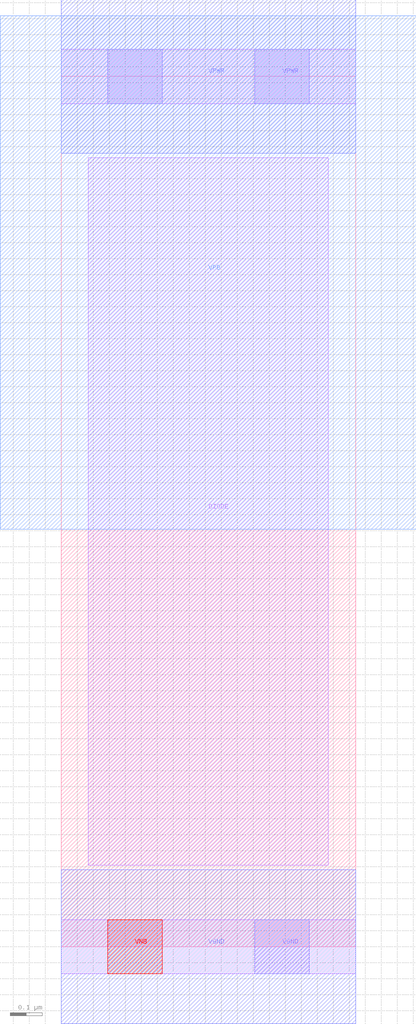
<source format=lef>
VERSION 5.7 ;
  NOWIREEXTENSIONATPIN ON ;
  DIVIDERCHAR "/" ;
  BUSBITCHARS "[]" ;
MACRO sky130_ef_sc_hd__fakediode_2
  CLASS CORE SPACER ;
  FOREIGN sky130_ef_sc_hd__fakediode_2 ;
  ORIGIN 0.000 0.000 ;
  SIZE 0.920 BY 2.720 ;
  PIN DIODE
    PORT
      LAYER li1 ;
        RECT 0.085 0.255 0.835 2.465 ;
    END
  END DIODE
  PIN VGND
    USE GROUND ;
    PORT
      LAYER li1 ;
        RECT 0.000 -0.085 0.920 0.085 ;
      LAYER mcon ;
        RECT 0.145 -0.085 0.315 0.085 ;
        RECT 0.605 -0.085 0.775 0.085 ;
      LAYER met1 ;
        RECT 0.000 -0.240 0.920 0.240 ;
    END
  END VGND
  PIN VPWR
    USE POWER ;
    PORT
      LAYER li1 ;
        RECT 0.000 2.635 0.920 2.805 ;
      LAYER mcon ;
        RECT 0.145 2.635 0.315 2.805 ;
        RECT 0.605 2.635 0.775 2.805 ;
      LAYER met1 ;
        RECT 0.000 2.480 0.920 2.960 ;
    END
  END VPWR
  PIN VPB
    PORT
      LAYER nwell ;
        RECT -0.190 1.305 1.110 2.910 ;
    END
  END VPB
  PIN VNB
    PORT
      LAYER pwell ;
        RECT 0.145 -0.085 0.315 0.085 ;
    END
  END VNB
END sky130_ef_sc_hd__fakediode_2
END LIBRARY


</source>
